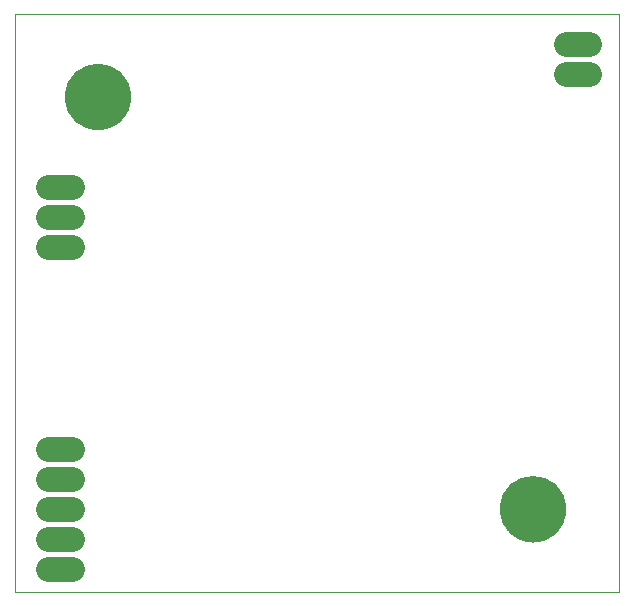
<source format=gbs>
G75*
%MOIN*%
%OFA0B0*%
%FSLAX25Y25*%
%IPPOS*%
%LPD*%
%AMOC8*
5,1,8,0,0,1.08239X$1,22.5*
%
%ADD10C,0.00000*%
%ADD11C,0.08200*%
%ADD12C,0.22054*%
D10*
X0001250Y0001250D02*
X0001250Y0193711D01*
X0202451Y0193711D01*
X0202451Y0001250D01*
X0001250Y0001250D01*
X0017923Y0166250D02*
X0017926Y0166516D01*
X0017936Y0166781D01*
X0017952Y0167046D01*
X0017975Y0167311D01*
X0018004Y0167575D01*
X0018040Y0167839D01*
X0018082Y0168101D01*
X0018131Y0168362D01*
X0018186Y0168622D01*
X0018247Y0168881D01*
X0018315Y0169138D01*
X0018389Y0169393D01*
X0018469Y0169646D01*
X0018556Y0169898D01*
X0018648Y0170147D01*
X0018747Y0170393D01*
X0018852Y0170638D01*
X0018963Y0170879D01*
X0019079Y0171118D01*
X0019201Y0171354D01*
X0019330Y0171587D01*
X0019463Y0171816D01*
X0019603Y0172042D01*
X0019748Y0172265D01*
X0019898Y0172484D01*
X0020054Y0172700D01*
X0020215Y0172911D01*
X0020381Y0173119D01*
X0020552Y0173322D01*
X0020728Y0173521D01*
X0020909Y0173716D01*
X0021094Y0173906D01*
X0021284Y0174091D01*
X0021479Y0174272D01*
X0021678Y0174448D01*
X0021881Y0174619D01*
X0022089Y0174785D01*
X0022300Y0174946D01*
X0022516Y0175102D01*
X0022735Y0175252D01*
X0022958Y0175397D01*
X0023184Y0175537D01*
X0023413Y0175670D01*
X0023646Y0175799D01*
X0023882Y0175921D01*
X0024121Y0176037D01*
X0024362Y0176148D01*
X0024607Y0176253D01*
X0024853Y0176352D01*
X0025102Y0176444D01*
X0025354Y0176531D01*
X0025607Y0176611D01*
X0025862Y0176685D01*
X0026119Y0176753D01*
X0026378Y0176814D01*
X0026638Y0176869D01*
X0026899Y0176918D01*
X0027161Y0176960D01*
X0027425Y0176996D01*
X0027689Y0177025D01*
X0027954Y0177048D01*
X0028219Y0177064D01*
X0028484Y0177074D01*
X0028750Y0177077D01*
X0029016Y0177074D01*
X0029281Y0177064D01*
X0029546Y0177048D01*
X0029811Y0177025D01*
X0030075Y0176996D01*
X0030339Y0176960D01*
X0030601Y0176918D01*
X0030862Y0176869D01*
X0031122Y0176814D01*
X0031381Y0176753D01*
X0031638Y0176685D01*
X0031893Y0176611D01*
X0032146Y0176531D01*
X0032398Y0176444D01*
X0032647Y0176352D01*
X0032893Y0176253D01*
X0033138Y0176148D01*
X0033379Y0176037D01*
X0033618Y0175921D01*
X0033854Y0175799D01*
X0034087Y0175670D01*
X0034316Y0175537D01*
X0034542Y0175397D01*
X0034765Y0175252D01*
X0034984Y0175102D01*
X0035200Y0174946D01*
X0035411Y0174785D01*
X0035619Y0174619D01*
X0035822Y0174448D01*
X0036021Y0174272D01*
X0036216Y0174091D01*
X0036406Y0173906D01*
X0036591Y0173716D01*
X0036772Y0173521D01*
X0036948Y0173322D01*
X0037119Y0173119D01*
X0037285Y0172911D01*
X0037446Y0172700D01*
X0037602Y0172484D01*
X0037752Y0172265D01*
X0037897Y0172042D01*
X0038037Y0171816D01*
X0038170Y0171587D01*
X0038299Y0171354D01*
X0038421Y0171118D01*
X0038537Y0170879D01*
X0038648Y0170638D01*
X0038753Y0170393D01*
X0038852Y0170147D01*
X0038944Y0169898D01*
X0039031Y0169646D01*
X0039111Y0169393D01*
X0039185Y0169138D01*
X0039253Y0168881D01*
X0039314Y0168622D01*
X0039369Y0168362D01*
X0039418Y0168101D01*
X0039460Y0167839D01*
X0039496Y0167575D01*
X0039525Y0167311D01*
X0039548Y0167046D01*
X0039564Y0166781D01*
X0039574Y0166516D01*
X0039577Y0166250D01*
X0039574Y0165984D01*
X0039564Y0165719D01*
X0039548Y0165454D01*
X0039525Y0165189D01*
X0039496Y0164925D01*
X0039460Y0164661D01*
X0039418Y0164399D01*
X0039369Y0164138D01*
X0039314Y0163878D01*
X0039253Y0163619D01*
X0039185Y0163362D01*
X0039111Y0163107D01*
X0039031Y0162854D01*
X0038944Y0162602D01*
X0038852Y0162353D01*
X0038753Y0162107D01*
X0038648Y0161862D01*
X0038537Y0161621D01*
X0038421Y0161382D01*
X0038299Y0161146D01*
X0038170Y0160913D01*
X0038037Y0160684D01*
X0037897Y0160458D01*
X0037752Y0160235D01*
X0037602Y0160016D01*
X0037446Y0159800D01*
X0037285Y0159589D01*
X0037119Y0159381D01*
X0036948Y0159178D01*
X0036772Y0158979D01*
X0036591Y0158784D01*
X0036406Y0158594D01*
X0036216Y0158409D01*
X0036021Y0158228D01*
X0035822Y0158052D01*
X0035619Y0157881D01*
X0035411Y0157715D01*
X0035200Y0157554D01*
X0034984Y0157398D01*
X0034765Y0157248D01*
X0034542Y0157103D01*
X0034316Y0156963D01*
X0034087Y0156830D01*
X0033854Y0156701D01*
X0033618Y0156579D01*
X0033379Y0156463D01*
X0033138Y0156352D01*
X0032893Y0156247D01*
X0032647Y0156148D01*
X0032398Y0156056D01*
X0032146Y0155969D01*
X0031893Y0155889D01*
X0031638Y0155815D01*
X0031381Y0155747D01*
X0031122Y0155686D01*
X0030862Y0155631D01*
X0030601Y0155582D01*
X0030339Y0155540D01*
X0030075Y0155504D01*
X0029811Y0155475D01*
X0029546Y0155452D01*
X0029281Y0155436D01*
X0029016Y0155426D01*
X0028750Y0155423D01*
X0028484Y0155426D01*
X0028219Y0155436D01*
X0027954Y0155452D01*
X0027689Y0155475D01*
X0027425Y0155504D01*
X0027161Y0155540D01*
X0026899Y0155582D01*
X0026638Y0155631D01*
X0026378Y0155686D01*
X0026119Y0155747D01*
X0025862Y0155815D01*
X0025607Y0155889D01*
X0025354Y0155969D01*
X0025102Y0156056D01*
X0024853Y0156148D01*
X0024607Y0156247D01*
X0024362Y0156352D01*
X0024121Y0156463D01*
X0023882Y0156579D01*
X0023646Y0156701D01*
X0023413Y0156830D01*
X0023184Y0156963D01*
X0022958Y0157103D01*
X0022735Y0157248D01*
X0022516Y0157398D01*
X0022300Y0157554D01*
X0022089Y0157715D01*
X0021881Y0157881D01*
X0021678Y0158052D01*
X0021479Y0158228D01*
X0021284Y0158409D01*
X0021094Y0158594D01*
X0020909Y0158784D01*
X0020728Y0158979D01*
X0020552Y0159178D01*
X0020381Y0159381D01*
X0020215Y0159589D01*
X0020054Y0159800D01*
X0019898Y0160016D01*
X0019748Y0160235D01*
X0019603Y0160458D01*
X0019463Y0160684D01*
X0019330Y0160913D01*
X0019201Y0161146D01*
X0019079Y0161382D01*
X0018963Y0161621D01*
X0018852Y0161862D01*
X0018747Y0162107D01*
X0018648Y0162353D01*
X0018556Y0162602D01*
X0018469Y0162854D01*
X0018389Y0163107D01*
X0018315Y0163362D01*
X0018247Y0163619D01*
X0018186Y0163878D01*
X0018131Y0164138D01*
X0018082Y0164399D01*
X0018040Y0164661D01*
X0018004Y0164925D01*
X0017975Y0165189D01*
X0017952Y0165454D01*
X0017936Y0165719D01*
X0017926Y0165984D01*
X0017923Y0166250D01*
X0162923Y0028750D02*
X0162926Y0029016D01*
X0162936Y0029281D01*
X0162952Y0029546D01*
X0162975Y0029811D01*
X0163004Y0030075D01*
X0163040Y0030339D01*
X0163082Y0030601D01*
X0163131Y0030862D01*
X0163186Y0031122D01*
X0163247Y0031381D01*
X0163315Y0031638D01*
X0163389Y0031893D01*
X0163469Y0032146D01*
X0163556Y0032398D01*
X0163648Y0032647D01*
X0163747Y0032893D01*
X0163852Y0033138D01*
X0163963Y0033379D01*
X0164079Y0033618D01*
X0164201Y0033854D01*
X0164330Y0034087D01*
X0164463Y0034316D01*
X0164603Y0034542D01*
X0164748Y0034765D01*
X0164898Y0034984D01*
X0165054Y0035200D01*
X0165215Y0035411D01*
X0165381Y0035619D01*
X0165552Y0035822D01*
X0165728Y0036021D01*
X0165909Y0036216D01*
X0166094Y0036406D01*
X0166284Y0036591D01*
X0166479Y0036772D01*
X0166678Y0036948D01*
X0166881Y0037119D01*
X0167089Y0037285D01*
X0167300Y0037446D01*
X0167516Y0037602D01*
X0167735Y0037752D01*
X0167958Y0037897D01*
X0168184Y0038037D01*
X0168413Y0038170D01*
X0168646Y0038299D01*
X0168882Y0038421D01*
X0169121Y0038537D01*
X0169362Y0038648D01*
X0169607Y0038753D01*
X0169853Y0038852D01*
X0170102Y0038944D01*
X0170354Y0039031D01*
X0170607Y0039111D01*
X0170862Y0039185D01*
X0171119Y0039253D01*
X0171378Y0039314D01*
X0171638Y0039369D01*
X0171899Y0039418D01*
X0172161Y0039460D01*
X0172425Y0039496D01*
X0172689Y0039525D01*
X0172954Y0039548D01*
X0173219Y0039564D01*
X0173484Y0039574D01*
X0173750Y0039577D01*
X0174016Y0039574D01*
X0174281Y0039564D01*
X0174546Y0039548D01*
X0174811Y0039525D01*
X0175075Y0039496D01*
X0175339Y0039460D01*
X0175601Y0039418D01*
X0175862Y0039369D01*
X0176122Y0039314D01*
X0176381Y0039253D01*
X0176638Y0039185D01*
X0176893Y0039111D01*
X0177146Y0039031D01*
X0177398Y0038944D01*
X0177647Y0038852D01*
X0177893Y0038753D01*
X0178138Y0038648D01*
X0178379Y0038537D01*
X0178618Y0038421D01*
X0178854Y0038299D01*
X0179087Y0038170D01*
X0179316Y0038037D01*
X0179542Y0037897D01*
X0179765Y0037752D01*
X0179984Y0037602D01*
X0180200Y0037446D01*
X0180411Y0037285D01*
X0180619Y0037119D01*
X0180822Y0036948D01*
X0181021Y0036772D01*
X0181216Y0036591D01*
X0181406Y0036406D01*
X0181591Y0036216D01*
X0181772Y0036021D01*
X0181948Y0035822D01*
X0182119Y0035619D01*
X0182285Y0035411D01*
X0182446Y0035200D01*
X0182602Y0034984D01*
X0182752Y0034765D01*
X0182897Y0034542D01*
X0183037Y0034316D01*
X0183170Y0034087D01*
X0183299Y0033854D01*
X0183421Y0033618D01*
X0183537Y0033379D01*
X0183648Y0033138D01*
X0183753Y0032893D01*
X0183852Y0032647D01*
X0183944Y0032398D01*
X0184031Y0032146D01*
X0184111Y0031893D01*
X0184185Y0031638D01*
X0184253Y0031381D01*
X0184314Y0031122D01*
X0184369Y0030862D01*
X0184418Y0030601D01*
X0184460Y0030339D01*
X0184496Y0030075D01*
X0184525Y0029811D01*
X0184548Y0029546D01*
X0184564Y0029281D01*
X0184574Y0029016D01*
X0184577Y0028750D01*
X0184574Y0028484D01*
X0184564Y0028219D01*
X0184548Y0027954D01*
X0184525Y0027689D01*
X0184496Y0027425D01*
X0184460Y0027161D01*
X0184418Y0026899D01*
X0184369Y0026638D01*
X0184314Y0026378D01*
X0184253Y0026119D01*
X0184185Y0025862D01*
X0184111Y0025607D01*
X0184031Y0025354D01*
X0183944Y0025102D01*
X0183852Y0024853D01*
X0183753Y0024607D01*
X0183648Y0024362D01*
X0183537Y0024121D01*
X0183421Y0023882D01*
X0183299Y0023646D01*
X0183170Y0023413D01*
X0183037Y0023184D01*
X0182897Y0022958D01*
X0182752Y0022735D01*
X0182602Y0022516D01*
X0182446Y0022300D01*
X0182285Y0022089D01*
X0182119Y0021881D01*
X0181948Y0021678D01*
X0181772Y0021479D01*
X0181591Y0021284D01*
X0181406Y0021094D01*
X0181216Y0020909D01*
X0181021Y0020728D01*
X0180822Y0020552D01*
X0180619Y0020381D01*
X0180411Y0020215D01*
X0180200Y0020054D01*
X0179984Y0019898D01*
X0179765Y0019748D01*
X0179542Y0019603D01*
X0179316Y0019463D01*
X0179087Y0019330D01*
X0178854Y0019201D01*
X0178618Y0019079D01*
X0178379Y0018963D01*
X0178138Y0018852D01*
X0177893Y0018747D01*
X0177647Y0018648D01*
X0177398Y0018556D01*
X0177146Y0018469D01*
X0176893Y0018389D01*
X0176638Y0018315D01*
X0176381Y0018247D01*
X0176122Y0018186D01*
X0175862Y0018131D01*
X0175601Y0018082D01*
X0175339Y0018040D01*
X0175075Y0018004D01*
X0174811Y0017975D01*
X0174546Y0017952D01*
X0174281Y0017936D01*
X0174016Y0017926D01*
X0173750Y0017923D01*
X0173484Y0017926D01*
X0173219Y0017936D01*
X0172954Y0017952D01*
X0172689Y0017975D01*
X0172425Y0018004D01*
X0172161Y0018040D01*
X0171899Y0018082D01*
X0171638Y0018131D01*
X0171378Y0018186D01*
X0171119Y0018247D01*
X0170862Y0018315D01*
X0170607Y0018389D01*
X0170354Y0018469D01*
X0170102Y0018556D01*
X0169853Y0018648D01*
X0169607Y0018747D01*
X0169362Y0018852D01*
X0169121Y0018963D01*
X0168882Y0019079D01*
X0168646Y0019201D01*
X0168413Y0019330D01*
X0168184Y0019463D01*
X0167958Y0019603D01*
X0167735Y0019748D01*
X0167516Y0019898D01*
X0167300Y0020054D01*
X0167089Y0020215D01*
X0166881Y0020381D01*
X0166678Y0020552D01*
X0166479Y0020728D01*
X0166284Y0020909D01*
X0166094Y0021094D01*
X0165909Y0021284D01*
X0165728Y0021479D01*
X0165552Y0021678D01*
X0165381Y0021881D01*
X0165215Y0022089D01*
X0165054Y0022300D01*
X0164898Y0022516D01*
X0164748Y0022735D01*
X0164603Y0022958D01*
X0164463Y0023184D01*
X0164330Y0023413D01*
X0164201Y0023646D01*
X0164079Y0023882D01*
X0163963Y0024121D01*
X0163852Y0024362D01*
X0163747Y0024607D01*
X0163648Y0024853D01*
X0163556Y0025102D01*
X0163469Y0025354D01*
X0163389Y0025607D01*
X0163315Y0025862D01*
X0163247Y0026119D01*
X0163186Y0026378D01*
X0163131Y0026638D01*
X0163082Y0026899D01*
X0163040Y0027161D01*
X0163004Y0027425D01*
X0162975Y0027689D01*
X0162952Y0027954D01*
X0162936Y0028219D01*
X0162926Y0028484D01*
X0162923Y0028750D01*
D11*
X0020150Y0028750D02*
X0012350Y0028750D01*
X0012350Y0018750D02*
X0020150Y0018750D01*
X0020150Y0008750D02*
X0012350Y0008750D01*
X0012350Y0038750D02*
X0020150Y0038750D01*
X0020150Y0048750D02*
X0012350Y0048750D01*
X0012350Y0116250D02*
X0020150Y0116250D01*
X0020150Y0126250D02*
X0012350Y0126250D01*
X0012350Y0136250D02*
X0020150Y0136250D01*
X0184850Y0173750D02*
X0192650Y0173750D01*
X0192650Y0183750D02*
X0184850Y0183750D01*
D12*
X0028750Y0166250D03*
X0173750Y0028750D03*
M02*

</source>
